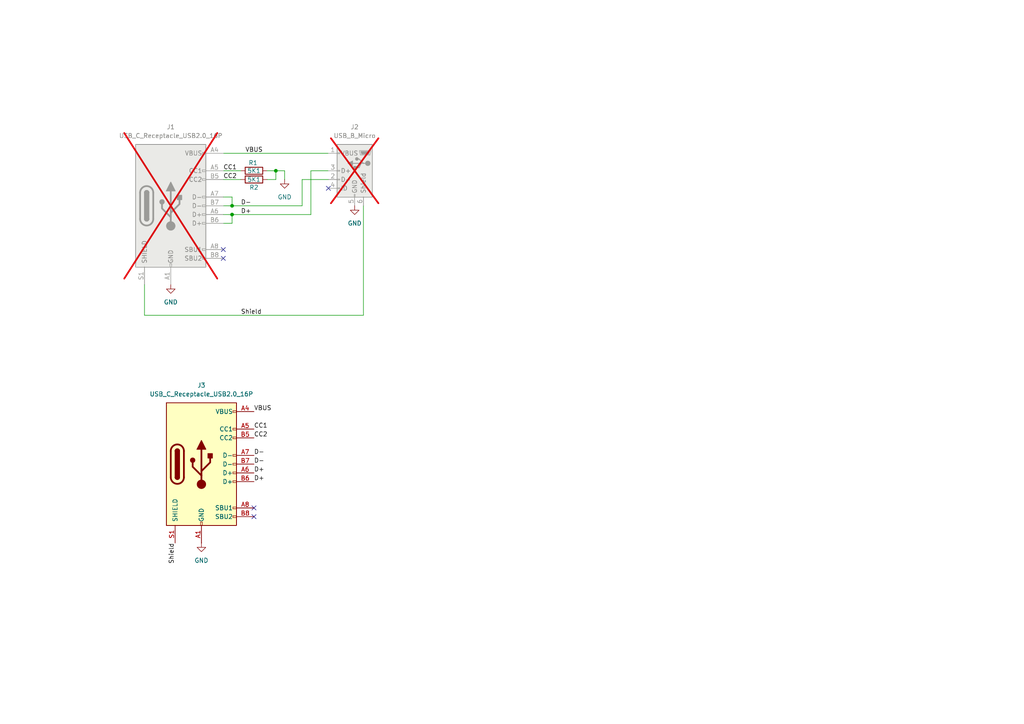
<source format=kicad_sch>
(kicad_sch (version 20250114) (generator "eeschema") (generator_version "9.0")
  (paper "A4")
  (lib_symbols
    (symbol "Connector:USB_B_Micro" (pin_names (offset 1.016))
      (property "Reference" "J" (at -5.08 11.43 0))
      (property "Value" "USB_B_Micro" (at -5.08 8.89 0))
      (symbol "USB_B_Micro_0_1"
        (rectangle (start -5.08 -7.62) (end 5.08 7.62) (stroke (width 0.254)) (fill (type background)))
        (polyline (pts (xy -4.699 5.842) (xy -4.699 5.588) (xy -4.445 4.826) (xy -4.445 4.572) (xy -1.651 4.572) (xy -1.651 4.826) (xy -1.397 5.588) (xy -1.397 5.842) (xy -4.699 5.842)))
        (polyline (pts (xy -4.318 5.588) (xy -1.778 5.588) (xy -2.032 4.826) (xy -4.064 4.826) (xy -4.318 5.588)) (fill (type outline)))
        (circle (center -3.81 2.159) (radius 0.635) (stroke (width 0.254)) (fill (type outline)))
        (polyline (pts (xy -3.175 2.159) (xy -2.54 2.159) (xy -1.27 3.429) (xy -0.635 3.429)) (stroke (width 0.254)))
        (polyline (pts (xy -2.54 2.159) (xy -1.905 2.159) (xy -1.27 0.889) (xy 0 0.889)) (stroke (width 0.254)))
        (polyline (pts (xy -1.905 2.159) (xy 0.635 2.159)) (stroke (width 0.254)))
        (circle (center -0.635 3.429) (radius 0.381) (stroke (width 0.254)) (fill (type outline)))
        (rectangle (start -0.127 -7.62) (end 0.127 -6.858))
        (rectangle (start 0.254 1.27) (end -0.508 0.508) (stroke (width 0.254)) (fill (type outline)))
        (polyline (pts (xy 0.635 2.794) (xy 0.635 1.524) (xy 1.905 2.159) (xy 0.635 2.794)) (stroke (width 0.254)) (fill (type outline)))
        (rectangle (start 5.08 4.953) (end 4.318 5.207))
        (rectangle (start 5.08 -0.127) (end 4.318 0.127))
        (rectangle (start 5.08 -2.667) (end 4.318 -2.413))
        (rectangle (start 5.08 -5.207) (end 4.318 -4.953))
      )
      (symbol "USB_B_Micro_1_1"
        (pin passive line (at -2.54 -10.16 90) (length 2.54) (name "Shield") (number "6"))
        (pin power_out line (at 0 -10.16 90) (length 2.54) (name "GND") (number "5"))
        (pin power_out line (at 7.62 5.08 180) (length 2.54) (name "VBUS") (number "1"))
        (pin bidirectional line (at 7.62 0 180) (length 2.54) (name "D+") (number "3"))
        (pin bidirectional line (at 7.62 -2.54 180) (length 2.54) (name "D-") (number "2"))
        (pin passive line (at 7.62 -5.08 180) (length 2.54) (name "ID") (number "4"))
      )
    )
    (symbol "Connector:USB_C_Receptacle_USB2.0_16P" (pin_names (offset 1.016))
      (property "Reference" "J" (at 0 22.225 0))
      (property "Value" "USB_C_Receptacle_USB2.0_16P" (at 0 19.685 0))
      (symbol "USB_C_Receptacle_USB2.0_16P_0_0"
        (rectangle (start -0.254 -17.78) (end 0.254 -16.764))
        (rectangle (start 10.16 15.494) (end 9.144 14.986))
        (rectangle (start 10.16 10.414) (end 9.144 9.906))
        (rectangle (start 10.16 7.874) (end 9.144 7.366))
        (rectangle (start 10.16 2.794) (end 9.144 2.286))
        (rectangle (start 10.16 0.254) (end 9.144 -0.254))
        (rectangle (start 10.16 -2.286) (end 9.144 -2.794))
        (rectangle (start 10.16 -4.826) (end 9.144 -5.334))
        (rectangle (start 10.16 -12.446) (end 9.144 -12.954))
        (rectangle (start 10.16 -14.986) (end 9.144 -15.494))
      )
      (symbol "USB_C_Receptacle_USB2.0_16P_0_1"
        (rectangle (start -10.16 17.78) (end 10.16 -17.78) (stroke (width 0.254)) (fill (type background)))
        (polyline (pts (xy -8.89 -3.81) (xy -8.89 3.81)) (stroke (width 0.508)))
        (rectangle (start -7.62 -3.81) (end -6.35 3.81) (stroke (width 0.254)) (fill (type outline)))
        (arc (start -7.62 3.81) (mid -6.985 4.4423) (end -6.35 3.81) (stroke (width 0.254)))
        (arc (start -7.62 3.81) (mid -6.985 4.4423) (end -6.35 3.81) (stroke (width 0.254)) (fill (type outline)))
        (arc (start -8.89 3.81) (mid -6.985 5.7067) (end -5.08 3.81) (stroke (width 0.508)))
        (arc (start -5.08 -3.81) (mid -6.985 -5.7067) (end -8.89 -3.81) (stroke (width 0.508)))
        (arc (start -6.35 -3.81) (mid -6.985 -4.4423) (end -7.62 -3.81) (stroke (width 0.254)))
        (arc (start -6.35 -3.81) (mid -6.985 -4.4423) (end -7.62 -3.81) (stroke (width 0.254)) (fill (type outline)))
        (polyline (pts (xy -5.08 3.81) (xy -5.08 -3.81)) (stroke (width 0.508)))
        (circle (center -2.54 1.143) (radius 0.635) (stroke (width 0.254)) (fill (type outline)))
        (polyline (pts (xy -1.27 4.318) (xy 0 6.858) (xy 1.27 4.318) (xy -1.27 4.318)) (stroke (width 0.254)) (fill (type outline)))
        (polyline (pts (xy 0 -2.032) (xy 2.54 0.508) (xy 2.54 1.778)) (stroke (width 0.508)))
        (polyline (pts (xy 0 -3.302) (xy -2.54 -0.762) (xy -2.54 0.508)) (stroke (width 0.508)))
        (polyline (pts (xy 0 -5.842) (xy 0 4.318)) (stroke (width 0.508)))
        (circle (center 0 -5.842) (radius 1.27) (fill (type outline)))
        (rectangle (start 1.905 1.778) (end 3.175 3.048) (stroke (width 0.254)) (fill (type outline)))
      )
      (symbol "USB_C_Receptacle_USB2.0_16P_1_1"
        (pin passive line (at -7.62 -22.86 90) (length 5.08) (name "SHIELD") (number "S1"))
        (pin passive line (at 0 -22.86 90) (length 5.08) (name "GND") (number "A1"))
        (pin passive line (at 0 -22.86 90) (length 5.08) (hide yes) (name "GND") (number "A12"))
        (pin passive line (at 0 -22.86 90) (length 5.08) (hide yes) (name "GND") (number "B1"))
        (pin passive line (at 0 -22.86 90) (length 5.08) (hide yes) (name "GND") (number "B12"))
        (pin passive line (at 15.24 15.24 180) (length 5.08) (name "VBUS") (number "A4"))
        (pin passive line (at 15.24 15.24 180) (length 5.08) (hide yes) (name "VBUS") (number "A9"))
        (pin passive line (at 15.24 15.24 180) (length 5.08) (hide yes) (name "VBUS") (number "B4"))
        (pin passive line (at 15.24 15.24 180) (length 5.08) (hide yes) (name "VBUS") (number "B9"))
        (pin bidirectional line (at 15.24 10.16 180) (length 5.08) (name "CC1") (number "A5"))
        (pin bidirectional line (at 15.24 7.62 180) (length 5.08) (name "CC2") (number "B5"))
        (pin bidirectional line (at 15.24 2.54 180) (length 5.08) (name "D-") (number "A7"))
        (pin bidirectional line (at 15.24 0 180) (length 5.08) (name "D-") (number "B7"))
        (pin bidirectional line (at 15.24 -2.54 180) (length 5.08) (name "D+") (number "A6"))
        (pin bidirectional line (at 15.24 -5.08 180) (length 5.08) (name "D+") (number "B6"))
        (pin bidirectional line (at 15.24 -12.7 180) (length 5.08) (name "SBU1") (number "A8"))
        (pin bidirectional line (at 15.24 -15.24 180) (length 5.08) (name "SBU2") (number "B8"))
      )
    )
    (symbol "Device:R" (pin_numbers (hide yes)) (pin_names (offset 0))
      (property "Reference" "R" (at 2.032 0 90))
      (property "Value" "R" (at 0 0 90))
      (symbol "R_0_1"
        (rectangle (start -1.016 -2.54) (end 1.016 2.54) (stroke (width 0.254)))
      )
      (symbol "R_1_1"
        (pin passive line (at 0 3.81 270) (length 1.27) (name "~") (number "1"))
        (pin passive line (at 0 -3.81 90) (length 1.27) (name "~") (number "2"))
      )
    )
    (symbol "power:GND" (power) (pin_numbers (hide yes)) (pin_names (offset 0) (hide yes))
      (property "Value" "GND" (at 0 -3.81 0))
      (symbol "GND_0_1"
        (polyline (pts (xy 0 0) (xy 0 -1.27) (xy 1.27 -1.27) (xy 0 -2.54) (xy -1.27 -1.27) (xy 0 -1.27)))
      )
      (symbol "GND_1_1"
        (pin power_in line (at 0 0 270) (length 0) (name "~") (number "1"))
      )
    )
  )
  (junction (at 80.01 49.53))
  (junction (at 67.31 59.69))
  (junction (at 67.31 62.23))
  (no_connect (at 73.66 149.86))
  (no_connect (at 95.25 54.61))
  (no_connect (at 73.66 147.32))
  (no_connect (at 64.77 74.93))
  (no_connect (at 64.77 72.39))
  (wire (pts (xy 64.77 57.15) (xy 67.31 57.15)))
  (wire (pts (xy 67.31 57.15) (xy 67.31 59.69)))
  (wire (pts (xy 90.17 49.53) (xy 95.25 49.53)))
  (wire (pts (xy 67.31 59.69) (xy 64.77 59.69)))
  (wire (pts (xy 82.55 52.07) (xy 82.55 49.53)))
  (wire (pts (xy 87.63 52.07) (xy 87.63 59.69)))
  (wire (pts (xy 90.17 62.23) (xy 90.17 49.53)))
  (wire (pts (xy 64.77 52.07) (xy 69.85 52.07)))
  (wire (pts (xy 64.77 44.45) (xy 95.25 44.45)))
  (wire (pts (xy 77.47 49.53) (xy 80.01 49.53)))
  (wire (pts (xy 77.47 52.07) (xy 80.01 52.07)))
  (wire (pts (xy 67.31 59.69) (xy 87.63 59.69)))
  (wire (pts (xy 67.31 64.77) (xy 64.77 64.77)))
  (wire (pts (xy 82.55 49.53) (xy 80.01 49.53)))
  (wire (pts (xy 64.77 62.23) (xy 67.31 62.23)))
  (wire (pts (xy 41.91 82.55) (xy 41.91 91.44)))
  (wire (pts (xy 95.25 52.07) (xy 87.63 52.07)))
  (wire (pts (xy 67.31 62.23) (xy 90.17 62.23)))
  (wire (pts (xy 41.91 91.44) (xy 105.41 91.44)))
  (wire (pts (xy 105.41 59.69) (xy 105.41 91.44)))
  (wire (pts (xy 80.01 49.53) (xy 80.01 52.07)))
  (wire (pts (xy 67.31 62.23) (xy 67.31 64.77)))
  (wire (pts (xy 64.77 49.53) (xy 69.85 49.53)))
  (label "VBUS" (at 73.66 119.38 0))
  (label "CC2" (at 64.77 52.07 0))
  (label "Shield" (at 50.8 157.48 270))
  (label "VBUS" (at 71.12 44.45 0))
  (label "D-" (at 73.66 132.08 0))
  (label "D-" (at 73.66 134.62 0))
  (label "CC1" (at 64.77 49.53 0))
  (label "D+" (at 73.66 137.16 0))
  (label "CC2" (at 73.66 127 0))
  (label "Shield" (at 69.85 91.44 0))
  (label "D-" (at 69.85 59.69 0))
  (label "D+" (at 69.85 62.23 0))
  (label "D+" (at 73.66 139.7 0))
  (label "CC1" (at 73.66 124.46 0))
  (symbol (lib_id "power:GND") (at 58.42 157.48 0) (unit 1)
    (property "Reference" "#PWR04" (effects (hide yes)))
    (property "Value" "GND" (at 58.42 162.56 0))
    (property "Description" "Power symbol creates a global label with name \"GND\" , ground" (effects (hide yes)))
  )
  (symbol (lib_id "power:GND") (at 82.55 52.07 0) (unit 1)
    (property "Reference" "#PWR01" (effects (hide yes)))
    (property "Value" "GND" (at 82.55 57.15 0))
    (property "Description" "Power symbol creates a global label with name \"GND\" , ground" (effects (hide yes)))
  )
  (symbol (lib_id "Device:R") (at 73.66 49.53 90) (unit 1)
    (property "Reference" "R1" (at 73.406 47.244 90))
    (property "Value" "5K1" (at 73.66 49.53 90))
    (property "Footprint" "Resistor_SMD:R_0603_1608Metric" (effects (hide yes)))
    (property "Description" "Resistor" (effects (hide yes)))
  )
  (symbol (lib_id "Connector:USB_C_Receptacle_USB2.0_16P") (at 58.42 134.62 0) (unit 1)
    (property "Reference" "J3" (at 58.42 111.76 0))
    (property "Value" "USB_C_Receptacle_USB2.0_16P" (at 58.42 114.3 0))
    (property "Footprint" "Connector_USB:USB_C_Receptacle_GCT_USB4105-xx-A_16P_TopMnt_Horizontal" (effects (hide yes)))
    (property "Datasheet" "https://www.usb.org/sites/default/files/documents/usb_type-c.zip" (effects (hide yes)))
    (property "Description" "USB 2.0-only 16P Type-C Receptacle connector" (effects (hide yes)))
  )
  (symbol (lib_id "Connector:USB_B_Micro") (at 102.87 49.53 0) (mirror y) (unit 1) (dnp yes)
    (property "Reference" "J2" (at 102.87 36.83 0))
    (property "Value" "USB_B_Micro" (at 102.87 39.37 0))
    (property "Footprint" "Connector_USB:USB_Micro-B_Amphenol_10118194-0001LF_Horizontal" (effects (hide yes)))
    (property "Description" "USB Micro Type B connector" (effects (hide yes)))
  )
  (symbol (lib_id "power:GND") (at 49.53 82.55 0) (unit 1)
    (property "Reference" "#PWR03" (effects (hide yes)))
    (property "Value" "GND" (at 49.53 87.63 0))
    (property "Description" "Power symbol creates a global label with name \"GND\" , ground" (effects (hide yes)))
  )
  (symbol (lib_id "Connector:USB_C_Receptacle_USB2.0_16P") (at 49.53 59.69 0) (unit 1) (dnp yes)
    (property "Reference" "J1" (at 49.53 36.83 0))
    (property "Value" "USB_C_Receptacle_USB2.0_16P" (at 49.53 39.37 0))
    (property "Footprint" "Connector_USB:USB_C_Receptacle_GCT_USB4110" (effects (hide yes)))
    (property "Datasheet" "https://www.usb.org/sites/default/files/documents/usb_type-c.zip" (effects (hide yes)))
    (property "Description" "USB 2.0-only 16P Type-C Receptacle connector" (effects (hide yes)))
  )
  (symbol (lib_id "power:GND") (at 102.87 59.69 0) (unit 1)
    (property "Reference" "#PWR02" (effects (hide yes)))
    (property "Value" "GND" (at 102.87 64.77 0))
    (property "Description" "Power symbol creates a global label with name \"GND\" , ground" (effects (hide yes)))
  )
  (symbol (lib_id "Device:R") (at 73.66 52.07 90) (unit 1)
    (property "Reference" "R2" (at 73.66 54.356 90))
    (property "Value" "5K1" (at 73.66 52.07 90))
    (property "Footprint" "Resistor_SMD:R_0603_1608Metric" (effects (hide yes)))
    (property "Description" "Resistor" (effects (hide yes)))
  )
)
</source>
